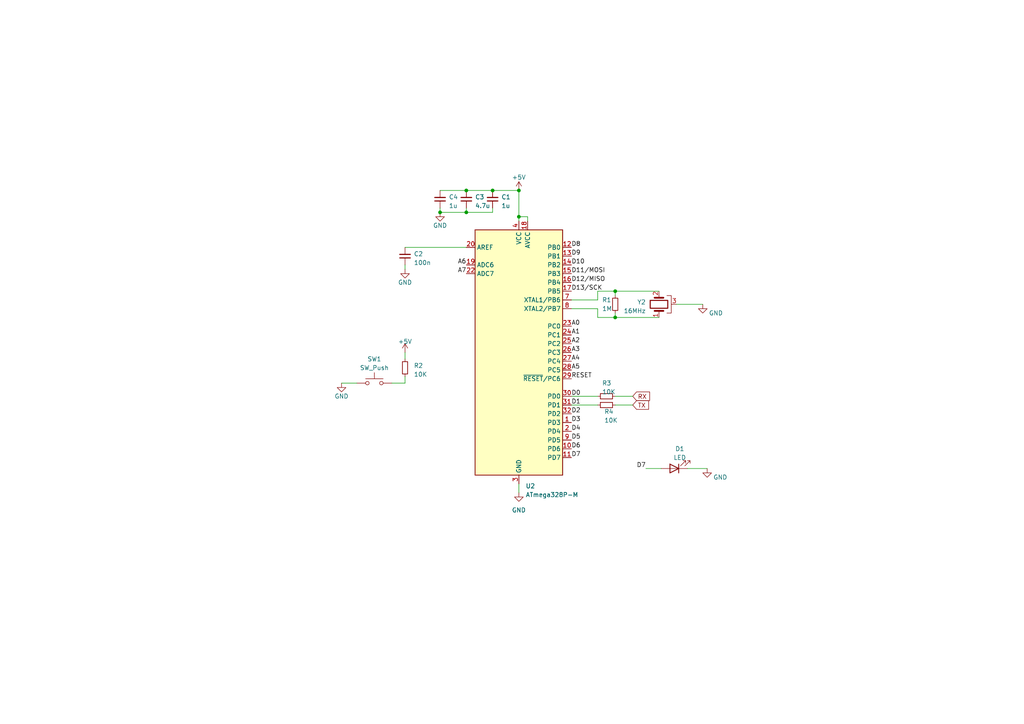
<source format=kicad_sch>
(kicad_sch (version 20230121) (generator eeschema)
  (paper "A4")
  (lib_symbols
    (symbol "Device:C_Small" (pin_numbers hide) (pin_names (offset 0.254) hide)
      (property "Reference" "C" (at 0.254 1.778 0))
      (property "Value" "C_Small" (at 0.254 -2.032 0))
      (symbol "C_Small_0_1"
        (polyline (pts (xy -1.524 -0.508) (xy 1.524 -0.508)) (stroke (width 0.3302)))
        (polyline (pts (xy -1.524 0.508) (xy 1.524 0.508)) (stroke (width 0.3048)))
      )
      (symbol "C_Small_1_1"
        (pin passive line (at 0 2.54 270) (length 2.032) (name "~") (number "1"))
        (pin passive line (at 0 -2.54 90) (length 2.032) (name "~") (number "2"))
      )
    )
    (symbol "Device:Crystal_GND3" (pin_names (offset 1.016) hide)
      (property "Reference" "Y" (at 0 5.715 0))
      (property "Value" "Crystal_GND3" (at 0 3.81 0))
      (symbol "Crystal_GND3_0_1"
        (rectangle (start -1.143 2.54) (end 1.143 -2.54) (stroke (width 0.3048)))
        (polyline (pts (xy -2.54 0) (xy -1.905 0)))
        (polyline (pts (xy -1.905 -1.27) (xy -1.905 1.27)) (stroke (width 0.508)))
        (polyline (pts (xy 0 -3.81) (xy 0 -3.556)))
        (polyline (pts (xy 1.905 0) (xy 2.54 0)))
        (polyline (pts (xy 1.905 1.27) (xy 1.905 -1.27)) (stroke (width 0.508)))
        (polyline (pts (xy -2.54 -2.286) (xy -2.54 -3.556) (xy 2.54 -3.556) (xy 2.54 -2.286)))
      )
      (symbol "Crystal_GND3_1_1"
        (pin passive line (at -3.81 0 0) (length 1.27) (name "1") (number "1"))
        (pin passive line (at 3.81 0 180) (length 1.27) (name "2") (number "2"))
        (pin passive line (at 0 -5.08 90) (length 1.27) (name "3") (number "3"))
      )
    )
    (symbol "Device:LED" (pin_numbers hide) (pin_names (offset 1.016) hide)
      (property "Reference" "D" (at 0 2.54 0))
      (property "Value" "LED" (at 0 -2.54 0))
      (symbol "LED_0_1"
        (polyline (pts (xy -1.27 -1.27) (xy -1.27 1.27)) (stroke (width 0.254)))
        (polyline (pts (xy -1.27 0) (xy 1.27 0)))
        (polyline (pts (xy 1.27 -1.27) (xy 1.27 1.27) (xy -1.27 0) (xy 1.27 -1.27)) (stroke (width 0.254)))
        (polyline (pts (xy -3.048 -0.762) (xy -4.572 -2.286) (xy -3.81 -2.286) (xy -4.572 -2.286) (xy -4.572 -1.524)))
        (polyline (pts (xy -1.778 -0.762) (xy -3.302 -2.286) (xy -2.54 -2.286) (xy -3.302 -2.286) (xy -3.302 -1.524)))
      )
      (symbol "LED_1_1"
        (pin passive line (at -3.81 0 0) (length 2.54) (name "K") (number "1"))
        (pin passive line (at 3.81 0 180) (length 2.54) (name "A") (number "2"))
      )
    )
    (symbol "Device:R_Small" (pin_numbers hide) (pin_names (offset 0.254) hide)
      (property "Reference" "R" (at 0.762 0.508 0))
      (property "Value" "R_Small" (at 0.762 -1.016 0))
      (symbol "R_Small_0_1"
        (rectangle (start -0.762 1.778) (end 0.762 -1.778) (stroke (width 0.2032)))
      )
      (symbol "R_Small_1_1"
        (pin passive line (at 0 2.54 270) (length 0.762) (name "~") (number "1"))
        (pin passive line (at 0 -2.54 90) (length 0.762) (name "~") (number "2"))
      )
    )
    (symbol "MCU_Microchip_ATmega:ATmega328P-M"
      (property "Reference" "U" (at -12.7 36.83 0))
      (property "Value" "ATmega328P-M" (at 2.54 -36.83 0))
      (symbol "ATmega328P-M_0_1"
        (rectangle (start -12.7 -35.56) (end 12.7 35.56) (stroke (width 0.254)) (fill (type background)))
      )
      (symbol "ATmega328P-M_1_1"
        (pin bidirectional line (at 15.24 -20.32 180) (length 2.54) (name "PD3") (number "1"))
        (pin bidirectional line (at 15.24 -27.94 180) (length 2.54) (name "PD6") (number "10"))
        (pin bidirectional line (at 15.24 -30.48 180) (length 2.54) (name "PD7") (number "11"))
        (pin bidirectional line (at 15.24 30.48 180) (length 2.54) (name "PB0") (number "12"))
        (pin bidirectional line (at 15.24 27.94 180) (length 2.54) (name "PB1") (number "13"))
        (pin bidirectional line (at 15.24 25.4 180) (length 2.54) (name "PB2") (number "14"))
        (pin bidirectional line (at 15.24 22.86 180) (length 2.54) (name "PB3") (number "15"))
        (pin bidirectional line (at 15.24 20.32 180) (length 2.54) (name "PB4") (number "16"))
        (pin bidirectional line (at 15.24 17.78 180) (length 2.54) (name "PB5") (number "17"))
        (pin power_in line (at 2.54 38.1 270) (length 2.54) (name "AVCC") (number "18"))
        (pin input line (at -15.24 25.4 0) (length 2.54) (name "ADC6") (number "19"))
        (pin bidirectional line (at 15.24 -22.86 180) (length 2.54) (name "PD4") (number "2"))
        (pin passive line (at -15.24 30.48 0) (length 2.54) (name "AREF") (number "20"))
        (pin passive line (at 0 -38.1 90) (length 2.54) hide (name "GND") (number "21"))
        (pin input line (at -15.24 22.86 0) (length 2.54) (name "ADC7") (number "22"))
        (pin bidirectional line (at 15.24 7.62 180) (length 2.54) (name "PC0") (number "23"))
        (pin bidirectional line (at 15.24 5.08 180) (length 2.54) (name "PC1") (number "24"))
        (pin bidirectional line (at 15.24 2.54 180) (length 2.54) (name "PC2") (number "25"))
        (pin bidirectional line (at 15.24 0 180) (length 2.54) (name "PC3") (number "26"))
        (pin bidirectional line (at 15.24 -2.54 180) (length 2.54) (name "PC4") (number "27"))
        (pin bidirectional line (at 15.24 -5.08 180) (length 2.54) (name "PC5") (number "28"))
        (pin bidirectional line (at 15.24 -7.62 180) (length 2.54) (name "~{RESET}/PC6") (number "29"))
        (pin power_in line (at 0 -38.1 90) (length 2.54) (name "GND") (number "3"))
        (pin bidirectional line (at 15.24 -12.7 180) (length 2.54) (name "PD0") (number "30"))
        (pin bidirectional line (at 15.24 -15.24 180) (length 2.54) (name "PD1") (number "31"))
        (pin bidirectional line (at 15.24 -17.78 180) (length 2.54) (name "PD2") (number "32"))
        (pin passive line (at 0 -38.1 90) (length 2.54) hide (name "GND") (number "33"))
        (pin power_in line (at 0 38.1 270) (length 2.54) (name "VCC") (number "4"))
        (pin passive line (at 0 -38.1 90) (length 2.54) hide (name "GND") (number "5"))
        (pin passive line (at 0 38.1 270) (length 2.54) hide (name "VCC") (number "6"))
        (pin bidirectional line (at 15.24 15.24 180) (length 2.54) (name "XTAL1/PB6") (number "7"))
        (pin bidirectional line (at 15.24 12.7 180) (length 2.54) (name "XTAL2/PB7") (number "8"))
        (pin bidirectional line (at 15.24 -25.4 180) (length 2.54) (name "PD5") (number "9"))
      )
    )
    (symbol "Switch:SW_Push" (pin_numbers hide) (pin_names (offset 1.016) hide)
      (property "Reference" "SW" (at 1.27 2.54 0))
      (property "Value" "SW_Push" (at 0 -1.524 0))
      (symbol "SW_Push_0_1"
        (circle (center -2.032 0) (radius 0.508))
        (polyline (pts (xy 0 1.27) (xy 0 3.048)))
        (polyline (pts (xy 2.54 1.27) (xy -2.54 1.27)))
        (circle (center 2.032 0) (radius 0.508))
        (pin passive line (at -5.08 0 0) (length 2.54) (name "1") (number "1"))
        (pin passive line (at 5.08 0 180) (length 2.54) (name "2") (number "2"))
      )
    )
    (symbol "power:+5V" (power) (pin_names (offset 0))
      (property "Value" "+5V" (at 0 3.556 0))
      (symbol "+5V_0_1"
        (polyline (pts (xy -0.762 1.27) (xy 0 2.54)))
        (polyline (pts (xy 0 0) (xy 0 2.54)))
        (polyline (pts (xy 0 2.54) (xy 0.762 1.27)))
      )
      (symbol "+5V_1_1"
        (pin power_in line (at 0 0 90) (length 0) hide (name "+5V") (number "1"))
      )
    )
    (symbol "power:GND" (power) (pin_names (offset 0))
      (property "Value" "GND" (at 0 -3.81 0))
      (symbol "GND_0_1"
        (polyline (pts (xy 0 0) (xy 0 -1.27) (xy 1.27 -1.27) (xy 0 -2.54) (xy -1.27 -1.27) (xy 0 -1.27)))
      )
      (symbol "GND_1_1"
        (pin power_in line (at 0 0 270) (length 0) hide (name "GND") (number "1"))
      )
    )
  )
  (junction (at 135.255 55.245))
  (junction (at 150.495 62.865))
  (junction (at 178.435 84.455))
  (junction (at 127.635 61.595))
  (junction (at 178.435 92.075))
  (junction (at 142.875 55.245))
  (junction (at 150.495 55.245))
  (junction (at 135.255 61.595))
  (wire (pts (xy 165.735 89.535) (xy 173.355 89.535)))
  (wire (pts (xy 173.355 92.075) (xy 178.435 92.075)))
  (wire (pts (xy 150.495 55.245) (xy 150.495 62.865)))
  (wire (pts (xy 117.475 76.835) (xy 117.475 78.105)))
  (wire (pts (xy 135.255 55.245) (xy 142.875 55.245)))
  (wire (pts (xy 127.635 61.595) (xy 135.255 61.595)))
  (wire (pts (xy 196.215 88.265) (xy 203.835 88.265)))
  (wire (pts (xy 117.475 71.755) (xy 135.255 71.755)))
  (wire (pts (xy 153.035 62.865) (xy 150.495 62.865)))
  (wire (pts (xy 173.355 89.535) (xy 173.355 92.075)))
  (wire (pts (xy 199.39 135.89) (xy 205.105 135.89)))
  (wire (pts (xy 178.435 84.455) (xy 191.135 84.455)))
  (wire (pts (xy 178.435 117.475) (xy 183.515 117.475)))
  (wire (pts (xy 178.435 114.935) (xy 183.515 114.935)))
  (wire (pts (xy 187.325 135.89) (xy 191.77 135.89)))
  (wire (pts (xy 135.255 60.325) (xy 135.255 61.595)))
  (wire (pts (xy 117.475 111.125) (xy 117.475 109.22)))
  (wire (pts (xy 117.475 102.235) (xy 117.475 104.14)))
  (wire (pts (xy 99.06 111.125) (xy 103.505 111.125)))
  (wire (pts (xy 142.875 60.325) (xy 142.875 61.595)))
  (wire (pts (xy 150.495 62.865) (xy 150.495 64.135)))
  (wire (pts (xy 142.875 55.245) (xy 150.495 55.245)))
  (wire (pts (xy 173.355 84.455) (xy 178.435 84.455)))
  (wire (pts (xy 173.355 86.995) (xy 173.355 84.455)))
  (wire (pts (xy 178.435 90.805) (xy 178.435 92.075)))
  (wire (pts (xy 178.435 84.455) (xy 178.435 85.725)))
  (wire (pts (xy 165.735 86.995) (xy 173.355 86.995)))
  (wire (pts (xy 127.635 60.325) (xy 127.635 61.595)))
  (wire (pts (xy 165.735 114.935) (xy 173.355 114.935)))
  (wire (pts (xy 127.635 55.245) (xy 135.255 55.245)))
  (wire (pts (xy 153.035 64.135) (xy 153.035 62.865)))
  (wire (pts (xy 178.435 92.075) (xy 191.135 92.075)))
  (wire (pts (xy 135.255 61.595) (xy 142.875 61.595)))
  (wire (pts (xy 165.735 117.475) (xy 173.355 117.475)))
  (wire (pts (xy 150.495 140.335) (xy 150.495 142.875)))
  (wire (pts (xy 113.665 111.125) (xy 117.475 111.125)))
  (label "D0" (at 165.735 114.935 0))
  (label "D5" (at 165.735 127.635 0))
  (label "D2" (at 165.735 120.015 0))
  (label "D7" (at 165.735 132.715 0))
  (label "D1" (at 165.735 117.475 0))
  (label "A2" (at 165.735 99.695 0))
  (label "D8" (at 165.735 71.755 0))
  (label "D11{slash}MOSI" (at 165.735 79.375 0))
  (label "D13{slash}SCK" (at 165.735 84.455 0))
  (label "A6" (at 135.255 76.835 180))
  (label "D4" (at 165.735 125.095 0))
  (label "A7" (at 135.255 79.375 180))
  (label "A4" (at 165.735 104.775 0))
  (label "D12{slash}MISO" (at 165.735 81.915 0))
  (label "D7" (at 187.325 135.89 180))
  (label "A1" (at 165.735 97.155 0))
  (label "D10" (at 165.735 76.835 0))
  (label "A5" (at 165.735 107.315 0))
  (label "D3" (at 165.735 122.555 0))
  (label "D9" (at 165.735 74.295 0))
  (label "RESET" (at 165.735 109.855 0))
  (label "D6" (at 165.735 130.175 0))
  (label "A3" (at 165.735 102.235 0))
  (label "A0" (at 165.735 94.615 0))
  (global_label "RX" (shape input) (at 183.515 114.935 0) (property "Intersheetrefs" "${INTERSHEET_REFS}" (effects hide)))
  (global_label "TX" (shape input) (at 183.515 117.475 0) (property "Intersheetrefs" "${INTERSHEET_REFS}" (effects hide)))
  (symbol (lib_id "power:+5V") (at 117.475 102.235 0) (unit 1)
    (property "Reference" "#PWR06" (effects hide))
    (property "Value" "+5V" (at 117.475 99.06 0))
    (instances (project "AtegoNano" (path "" (reference "#PWR06") (unit 1)) (path "" (reference "#PWR03") (unit 1))))
  )
  (symbol (lib_id "power:GND") (at 203.835 88.265 0) (unit 1)
    (property "Reference" "#PWR04" (effects hide))
    (property "Value" "GND" (at 207.645 90.805 0))
    (instances (project "AtegoNano" (path "" (reference "#PWR04") (unit 1)) (path "" (reference "#PWR07") (unit 1))))
  )
  (symbol (lib_id "Device:Crystal_GND3") (at 191.135 88.265 90) (unit 1)
    (property "Reference" "Y2" (at 187.325 87.63 90) (effects (justify left)))
    (property "Value" "16MHz" (at 187.325 90.17 90) (effects (justify left)))
    (property "Footprint" "Crystal:Crystal_SMD_3215-2Pin_3.2x1.5mm" (effects hide))
    (property "MPN" "CSTCE16M0V53-R0" (effects hide))
    (instances (project "AtegoNano" (path "" (reference "Y2") (unit 1)) (path "" (reference "Y1") (unit 1))))
  )
  (symbol (lib_id "power:GND") (at 150.495 142.875 0) (unit 1)
    (property "Reference" "#PWR01" (effects hide))
    (property "Value" "GND" (at 150.495 147.955 0))
    (instances (project "AtegoNano" (path "" (reference "#PWR01") (unit 1)) (path "" (reference "#PWR06") (unit 1))))
  )
  (symbol (lib_id "Device:R_Small") (at 178.435 88.265 0) (unit 1)
    (property "Reference" "R1" (at 174.625 86.995 0) (effects (justify left)))
    (property "Value" "1M" (at 174.625 89.535 0) (effects (justify left)))
    (instances (project "AtegoNano" (path "" (reference "R1") (unit 1)) (path "" (reference "R4") (unit 1))))
  )
  (symbol (lib_id "Device:C_Small") (at 117.475 74.295 180) (unit 1)
    (property "Reference" "C2" (at 120.015 73.6536 0) (effects (justify right)))
    (property "Value" "100n" (at 120.015 76.1936 0) (effects (justify right)))
    (instances (project "AtegoNano" (path "" (reference "C2") (unit 1)) (path "" (reference "C1") (unit 1))))
  )
  (symbol (lib_id "Device:R_Small") (at 175.895 117.475 270) (unit 1)
    (property "Reference" "R4" (at 175.26 119.38 90) (effects (justify left)))
    (property "Value" "10K" (at 175.26 121.92 90) (effects (justify left)))
    (instances (project "AtegoNano" (path "" (reference "R4") (unit 1)) (path "" (reference "R3") (unit 1))))
  )
  (symbol (lib_id "power:GND") (at 205.105 135.89 0) (unit 1)
    (property "Reference" "#PWR08" (effects hide))
    (property "Value" "GND" (at 208.915 138.43 0))
  )
  (symbol (lib_id "Switch:SW_Push") (at 108.585 111.125 0) (unit 1)
    (property "Reference" "SW1" (at 108.585 104.14 0))
    (property "Value" "SW_Push" (at 108.585 106.68 0))
  )
  (symbol (lib_id "Device:C_Small") (at 142.875 57.785 180) (unit 1)
    (property "Reference" "C1" (at 145.415 57.1436 0) (effects (justify right)))
    (property "Value" "1u" (at 145.415 59.6836 0) (effects (justify right)))
    (instances (project "AtegoNano" (path "" (reference "C1") (unit 1)) (path "" (reference "C4") (unit 1))))
  )
  (symbol (lib_id "power:+5V") (at 150.495 55.245 0) (unit 1)
    (property "Reference" "#PWR02" (effects hide))
    (property "Value" "+5V" (at 150.495 51.435 0))
    (instances (project "AtegoNano" (path "" (reference "#PWR02") (unit 1)) (path "" (reference "#PWR05") (unit 1))))
  )
  (symbol (lib_id "Device:C_Small") (at 135.255 57.785 180) (unit 1)
    (property "Reference" "C3" (at 137.795 57.1436 0) (effects (justify right)))
    (property "Value" "4.7u" (at 137.795 59.6836 0) (effects (justify right)))
  )
  (symbol (lib_id "Device:LED") (at 195.58 135.89 180) (unit 1)
    (property "Reference" "D1" (at 197.1675 130.175 0))
    (property "Value" "LED" (at 197.1675 132.715 0))
  )
  (symbol (lib_id "power:GND") (at 117.475 78.105 0) (unit 1)
    (property "Reference" "#PWR05" (effects hide))
    (property "Value" "GND" (at 117.475 81.915 0))
    (instances (project "AtegoNano" (path "" (reference "#PWR05") (unit 1)) (path "" (reference "#PWR02") (unit 1))))
  )
  (symbol (lib_id "power:GND") (at 127.635 61.595 0) (unit 1)
    (property "Reference" "#PWR03" (effects hide))
    (property "Value" "GND" (at 127.635 65.405 0))
    (instances (project "AtegoNano" (path "" (reference "#PWR03") (unit 1)) (path "" (reference "#PWR04") (unit 1))))
  )
  (symbol (lib_id "power:GND") (at 99.06 111.125 0) (unit 1)
    (property "Reference" "#PWR07" (effects hide))
    (property "Value" "GND" (at 99.06 114.935 0))
    (instances (project "AtegoNano" (path "" (reference "#PWR07") (unit 1)) (path "" (reference "#PWR01") (unit 1))))
  )
  (symbol (lib_id "MCU_Microchip_ATmega:ATmega328P-M") (at 150.495 102.235 0) (unit 1)
    (property "Reference" "U2" (at 152.4509 140.97 0) (effects (justify left)))
    (property "Value" "ATmega328P-M" (at 152.4509 143.51 0) (effects (justify left)))
    (property "Footprint" "Package_DFN_QFN:QFN-32-1EP_5x5mm_P0.5mm_EP3.1x3.1mm" (effects hide))
    (property "Datasheet" "http://ww1.microchip.com/downloads/en/DeviceDoc/ATmega328_P%20AVR%20MCU%20with%20picoPower%20Technology%20Data%20Sheet%2040001984A.pdf" (effects hide))
  )
  (symbol (lib_id "Device:C_Small") (at 127.635 57.785 180) (unit 1)
    (property "Reference" "C4" (at 130.175 57.1436 0) (effects (justify right)))
    (property "Value" "1u" (at 130.175 59.6836 0) (effects (justify right)))
    (instances (project "AtegoNano" (path "" (reference "C4") (unit 1)) (path "" (reference "C2") (unit 1))))
  )
  (symbol (lib_id "Device:R_Small") (at 175.895 114.935 270) (unit 1)
    (property "Reference" "R3" (at 174.625 111.125 90) (effects (justify left)))
    (property "Value" "10K" (at 174.625 113.665 90) (effects (justify left)))
    (instances (project "AtegoNano" (path "" (reference "R3") (unit 1)) (path "" (reference "R2") (unit 1))))
  )
  (symbol (lib_id "Device:R_Small") (at 117.475 106.68 0) (unit 1)
    (property "Reference" "R2" (at 120.015 106.045 0) (effects (justify left)))
    (property "Value" "10K" (at 120.015 108.585 0) (effects (justify left)))
    (instances (project "AtegoNano" (path "" (reference "R2") (unit 1)) (path "" (reference "R1") (unit 1))))
  )
)
</source>
